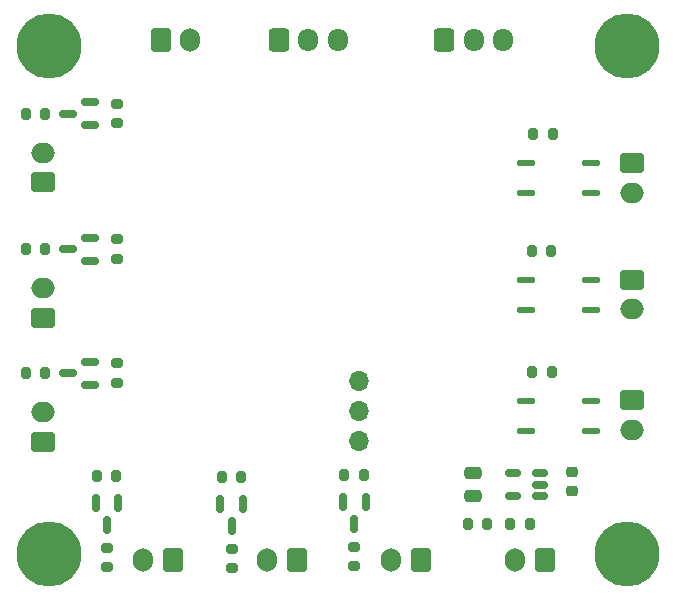
<source format=gbr>
%TF.GenerationSoftware,KiCad,Pcbnew,7.0.11-rc3*%
%TF.CreationDate,2025-03-16T23:26:40+08:00*%
%TF.ProjectId,dashboard,64617368-626f-4617-9264-2e6b69636164,rev?*%
%TF.SameCoordinates,Original*%
%TF.FileFunction,Soldermask,Bot*%
%TF.FilePolarity,Negative*%
%FSLAX46Y46*%
G04 Gerber Fmt 4.6, Leading zero omitted, Abs format (unit mm)*
G04 Created by KiCad (PCBNEW 7.0.11-rc3) date 2025-03-16 23:26:40*
%MOMM*%
%LPD*%
G01*
G04 APERTURE LIST*
G04 Aperture macros list*
%AMRoundRect*
0 Rectangle with rounded corners*
0 $1 Rounding radius*
0 $2 $3 $4 $5 $6 $7 $8 $9 X,Y pos of 4 corners*
0 Add a 4 corners polygon primitive as box body*
4,1,4,$2,$3,$4,$5,$6,$7,$8,$9,$2,$3,0*
0 Add four circle primitives for the rounded corners*
1,1,$1+$1,$2,$3*
1,1,$1+$1,$4,$5*
1,1,$1+$1,$6,$7*
1,1,$1+$1,$8,$9*
0 Add four rect primitives between the rounded corners*
20,1,$1+$1,$2,$3,$4,$5,0*
20,1,$1+$1,$4,$5,$6,$7,0*
20,1,$1+$1,$6,$7,$8,$9,0*
20,1,$1+$1,$8,$9,$2,$3,0*%
G04 Aperture macros list end*
%ADD10RoundRect,0.250000X0.750000X-0.600000X0.750000X0.600000X-0.750000X0.600000X-0.750000X-0.600000X0*%
%ADD11O,2.000000X1.700000*%
%ADD12RoundRect,0.250000X0.600000X0.750000X-0.600000X0.750000X-0.600000X-0.750000X0.600000X-0.750000X0*%
%ADD13O,1.700000X2.000000*%
%ADD14O,1.700000X1.700000*%
%ADD15C,5.500000*%
%ADD16RoundRect,0.250000X-0.600000X-0.725000X0.600000X-0.725000X0.600000X0.725000X-0.600000X0.725000X0*%
%ADD17O,1.700000X1.950000*%
%ADD18RoundRect,0.250000X-0.600000X-0.750000X0.600000X-0.750000X0.600000X0.750000X-0.600000X0.750000X0*%
%ADD19RoundRect,0.250000X-0.750000X0.600000X-0.750000X-0.600000X0.750000X-0.600000X0.750000X0.600000X0*%
%ADD20RoundRect,0.225000X-0.250000X0.225000X-0.250000X-0.225000X0.250000X-0.225000X0.250000X0.225000X0*%
%ADD21RoundRect,0.150000X0.587500X0.150000X-0.587500X0.150000X-0.587500X-0.150000X0.587500X-0.150000X0*%
%ADD22RoundRect,0.150000X-0.150000X0.587500X-0.150000X-0.587500X0.150000X-0.587500X0.150000X0.587500X0*%
%ADD23RoundRect,0.200000X-0.200000X-0.275000X0.200000X-0.275000X0.200000X0.275000X-0.200000X0.275000X0*%
%ADD24RoundRect,0.137500X0.587500X0.137500X-0.587500X0.137500X-0.587500X-0.137500X0.587500X-0.137500X0*%
%ADD25RoundRect,0.150000X0.512500X0.150000X-0.512500X0.150000X-0.512500X-0.150000X0.512500X-0.150000X0*%
%ADD26RoundRect,0.200000X0.275000X-0.200000X0.275000X0.200000X-0.275000X0.200000X-0.275000X-0.200000X0*%
%ADD27RoundRect,0.200000X0.200000X0.275000X-0.200000X0.275000X-0.200000X-0.275000X0.200000X-0.275000X0*%
%ADD28RoundRect,0.250000X-0.475000X0.250000X-0.475000X-0.250000X0.475000X-0.250000X0.475000X0.250000X0*%
%ADD29RoundRect,0.200000X-0.275000X0.200000X-0.275000X-0.200000X0.275000X-0.200000X0.275000X0.200000X0*%
G04 APERTURE END LIST*
D10*
%TO.C,J9*%
X62000000Y-82000000D03*
D11*
X62000000Y-79500000D03*
%TD*%
D12*
%TO.C,J5*%
X83500000Y-92000000D03*
D13*
X81000000Y-92000000D03*
%TD*%
D12*
%TO.C,J6*%
X73000000Y-92000000D03*
D13*
X70500000Y-92000000D03*
%TD*%
D14*
%TO.C,J10*%
X88800000Y-81940000D03*
X88800000Y-79400000D03*
X88800000Y-76860000D03*
%TD*%
D10*
%TO.C,J8*%
X62000000Y-71500000D03*
D11*
X62000000Y-69000000D03*
%TD*%
D15*
%TO.C,H4*%
X111500000Y-48500000D03*
%TD*%
%TO.C,H1*%
X62500000Y-48500000D03*
%TD*%
D10*
%TO.C,J7*%
X62000000Y-60000000D03*
D11*
X62000000Y-57500000D03*
%TD*%
D16*
%TO.C,J13*%
X96000000Y-48000000D03*
D17*
X98500000Y-48000000D03*
X101000000Y-48000000D03*
%TD*%
D12*
%TO.C,J14*%
X104500000Y-92000000D03*
D13*
X102000000Y-92000000D03*
%TD*%
D16*
%TO.C,J11*%
X82000000Y-48000000D03*
D17*
X84500000Y-48000000D03*
X87000000Y-48000000D03*
%TD*%
D18*
%TO.C,J12*%
X72000000Y-48000000D03*
D13*
X74500000Y-48000000D03*
%TD*%
D19*
%TO.C,J1*%
X111920000Y-58386625D03*
D11*
X111920000Y-60886625D03*
%TD*%
D12*
%TO.C,J4*%
X94000000Y-92000000D03*
D13*
X91500000Y-92000000D03*
%TD*%
D19*
%TO.C,J3*%
X111920000Y-78486625D03*
D11*
X111920000Y-80986625D03*
%TD*%
D19*
%TO.C,J2*%
X111920000Y-68280000D03*
D11*
X111920000Y-70780000D03*
%TD*%
D15*
%TO.C,H2*%
X62500000Y-91500000D03*
%TD*%
%TO.C,H3*%
X111500000Y-91500000D03*
%TD*%
D20*
%TO.C,C11*%
X106810000Y-84560000D03*
X106810000Y-86110000D03*
%TD*%
D21*
%TO.C,Q6*%
X66012500Y-75250000D03*
X66012500Y-77150000D03*
X64137500Y-76200000D03*
%TD*%
D22*
%TO.C,Q3*%
X66500000Y-87162500D03*
X68400000Y-87162500D03*
X67450000Y-89037500D03*
%TD*%
D23*
%TO.C,R6*%
X77150000Y-84962500D03*
X78800000Y-84962500D03*
%TD*%
D22*
%TO.C,Q2*%
X77050000Y-87225000D03*
X78950000Y-87225000D03*
X78000000Y-89100000D03*
%TD*%
D24*
%TO.C,U2*%
X108445000Y-68260000D03*
X108445000Y-70800000D03*
X102945000Y-70800000D03*
X102945000Y-68260000D03*
%TD*%
D23*
%TO.C,R17*%
X97985000Y-88935000D03*
X99635000Y-88935000D03*
%TD*%
D24*
%TO.C,U1*%
X108445000Y-58366625D03*
X108445000Y-60906625D03*
X102945000Y-60906625D03*
X102945000Y-58366625D03*
%TD*%
D25*
%TO.C,U5*%
X104137500Y-84650000D03*
X104137500Y-85600000D03*
X104137500Y-86550000D03*
X101862500Y-86550000D03*
X101862500Y-84650000D03*
%TD*%
D23*
%TO.C,R9*%
X66600000Y-84900000D03*
X68250000Y-84900000D03*
%TD*%
D21*
%TO.C,Q4*%
X66037500Y-53250000D03*
X66037500Y-55150000D03*
X64162500Y-54200000D03*
%TD*%
D23*
%TO.C,R4*%
X87550000Y-84800000D03*
X89200000Y-84800000D03*
%TD*%
%TO.C,R12*%
X60575000Y-54200000D03*
X62225000Y-54200000D03*
%TD*%
D26*
%TO.C,R5*%
X88400000Y-92525000D03*
X88400000Y-90875000D03*
%TD*%
D27*
%TO.C,R18*%
X103235000Y-88935000D03*
X101585000Y-88935000D03*
%TD*%
D24*
%TO.C,U3*%
X108445000Y-78566625D03*
X108445000Y-81106625D03*
X102945000Y-81106625D03*
X102945000Y-78566625D03*
%TD*%
D28*
%TO.C,C12*%
X98410000Y-84635000D03*
X98410000Y-86535000D03*
%TD*%
D23*
%TO.C,R3*%
X103470000Y-76036625D03*
X105120000Y-76036625D03*
%TD*%
%TO.C,R16*%
X60550000Y-76200000D03*
X62200000Y-76200000D03*
%TD*%
D29*
%TO.C,R15*%
X68275000Y-75350000D03*
X68275000Y-77000000D03*
%TD*%
D22*
%TO.C,Q1*%
X87450000Y-87062500D03*
X89350000Y-87062500D03*
X88400000Y-88937500D03*
%TD*%
D21*
%TO.C,Q5*%
X66037500Y-64750000D03*
X66037500Y-66650000D03*
X64162500Y-65700000D03*
%TD*%
D23*
%TO.C,R14*%
X60575000Y-65700000D03*
X62225000Y-65700000D03*
%TD*%
D26*
%TO.C,R10*%
X67450000Y-92625000D03*
X67450000Y-90975000D03*
%TD*%
D29*
%TO.C,R11*%
X68300000Y-53350000D03*
X68300000Y-55000000D03*
%TD*%
D26*
%TO.C,R8*%
X78000000Y-92687500D03*
X78000000Y-91037500D03*
%TD*%
D23*
%TO.C,R2*%
X103420000Y-65800000D03*
X105070000Y-65800000D03*
%TD*%
%TO.C,R1*%
X103545000Y-55936625D03*
X105195000Y-55936625D03*
%TD*%
D29*
%TO.C,R13*%
X68300000Y-64850000D03*
X68300000Y-66500000D03*
%TD*%
M02*

</source>
